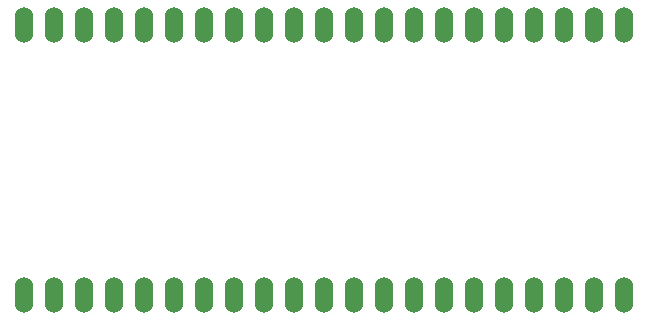
<source format=gbp>
G04 #@! TF.GenerationSoftware,KiCad,Pcbnew,(5.0.2)-1*
G04 #@! TF.CreationDate,2019-01-04T01:39:08+09:00*
G04 #@! TF.ProjectId,sdram,73647261-6d2e-46b6-9963-61645f706362,v1.0*
G04 #@! TF.SameCoordinates,Original*
G04 #@! TF.FileFunction,Paste,Bot*
G04 #@! TF.FilePolarity,Positive*
%FSLAX46Y46*%
G04 Gerber Fmt 4.6, Leading zero omitted, Abs format (unit mm)*
G04 Created by KiCad (PCBNEW (5.0.2)-1) date 2019/01/04 1:39:08*
%MOMM*%
%LPD*%
G01*
G04 APERTURE LIST*
%ADD10O,1.524000X3.048000*%
G04 APERTURE END LIST*
D10*
G04 #@! TO.C,J1*
X118110000Y-53340000D03*
X120650000Y-53340000D03*
X123190000Y-53340000D03*
X125730000Y-53340000D03*
X128270000Y-53340000D03*
X130810000Y-53340000D03*
X133350000Y-53340000D03*
X135890000Y-53340000D03*
X138430000Y-53340000D03*
X140970000Y-53340000D03*
X143510000Y-53340000D03*
X146050000Y-53340000D03*
X148590000Y-53340000D03*
X151130000Y-53340000D03*
X153670000Y-53340000D03*
X156210000Y-53340000D03*
X158750000Y-53340000D03*
X161290000Y-53340000D03*
X163830000Y-53340000D03*
X166370000Y-53340000D03*
X168910000Y-53340000D03*
G04 #@! TD*
G04 #@! TO.C,J2*
X118110000Y-30480000D03*
X120650000Y-30480000D03*
X123190000Y-30480000D03*
X125730000Y-30480000D03*
X128270000Y-30480000D03*
X130810000Y-30480000D03*
X133350000Y-30480000D03*
X135890000Y-30480000D03*
X138430000Y-30480000D03*
X140970000Y-30480000D03*
X143510000Y-30480000D03*
X146050000Y-30480000D03*
X148590000Y-30480000D03*
X151130000Y-30480000D03*
X153670000Y-30480000D03*
X156210000Y-30480000D03*
X158750000Y-30480000D03*
X161290000Y-30480000D03*
X163830000Y-30480000D03*
X166370000Y-30480000D03*
X168910000Y-30480000D03*
G04 #@! TD*
M02*

</source>
